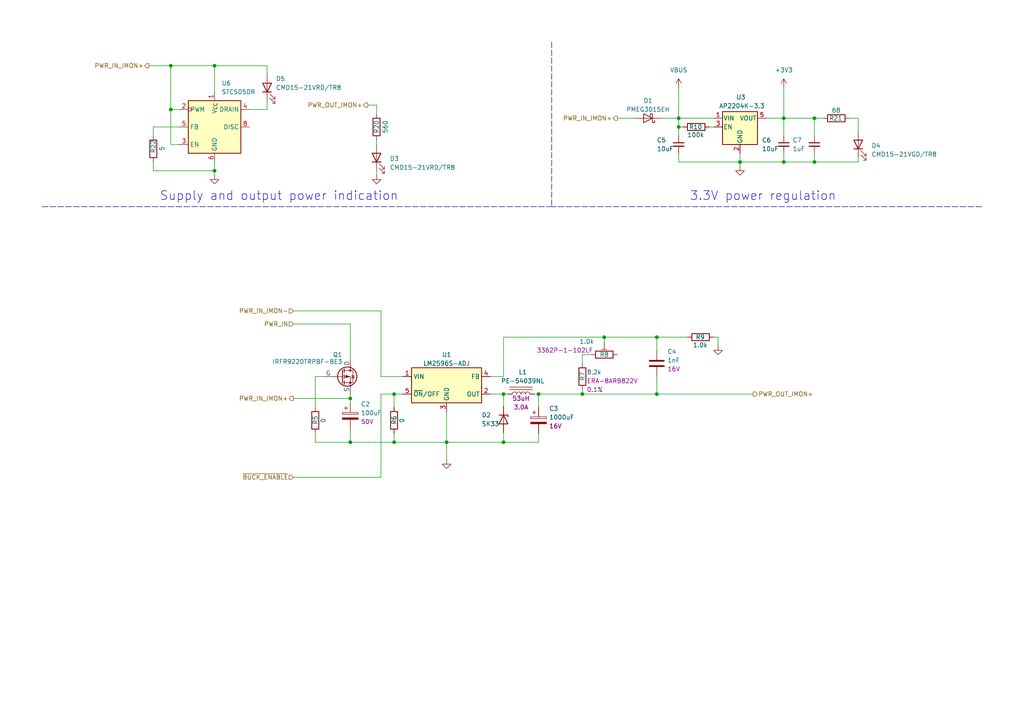
<source format=kicad_sch>
(kicad_sch (version 20230121) (generator eeschema)
  (paper "A4")
  (title_block (title "Smart Buck Converter") (date "2023-02-09") (rev "1.0.0") (company "Fabian Butkovich") (comment 1 "Power Regulation"))
  (lib_symbols
    (symbol "Device:C" (pin_numbers hide) (pin_names (offset 0.254))
      (property "Reference" "C" (at 0.635 2.54 0))
      (property "Value" "C" (at 0.635 -2.54 0))
      (symbol "C_0_1"
        (polyline (pts (xy -2.032 -0.762) (xy 2.032 -0.762)) (stroke (width 0.508)))
        (polyline (pts (xy -2.032 0.762) (xy 2.032 0.762)) (stroke (width 0.508)))
      )
      (symbol "C_1_1"
        (pin passive line (at 0 3.81 270) (length 2.794) (name "~") (number "1"))
        (pin passive line (at 0 -3.81 90) (length 2.794) (name "~") (number "2"))
      )
    )
    (symbol "Device:C_Polarized" (pin_numbers hide) (pin_names (offset 0.254))
      (property "Reference" "C" (at 0.635 2.54 0))
      (property "Value" "C_Polarized" (at 0.635 -2.54 0))
      (symbol "C_Polarized_0_1"
        (rectangle (start -2.286 0.508) (end 2.286 1.016))
        (polyline (pts (xy -1.778 2.286) (xy -0.762 2.286)))
        (polyline (pts (xy -1.27 2.794) (xy -1.27 1.778)))
        (rectangle (start 2.286 -0.508) (end -2.286 -1.016) (fill (type outline)))
      )
      (symbol "C_Polarized_1_1"
        (pin passive line (at 0 3.81 270) (length 2.794) (name "~") (number "1"))
        (pin passive line (at 0 -3.81 90) (length 2.794) (name "~") (number "2"))
      )
    )
    (symbol "Device:C_Small" (pin_numbers hide) (pin_names (offset 0.254) hide)
      (property "Reference" "C" (at 0.254 1.778 0))
      (property "Value" "C_Small" (at 0.254 -2.032 0))
      (symbol "C_Small_0_1"
        (polyline (pts (xy -1.524 -0.508) (xy 1.524 -0.508)) (stroke (width 0.3302)))
        (polyline (pts (xy -1.524 0.508) (xy 1.524 0.508)) (stroke (width 0.3048)))
      )
      (symbol "C_Small_1_1"
        (pin passive line (at 0 2.54 270) (length 2.032) (name "~") (number "1"))
        (pin passive line (at 0 -2.54 90) (length 2.032) (name "~") (number "2"))
      )
    )
    (symbol "Device:LED" (pin_numbers hide) (pin_names (offset 1.016) hide)
      (property "Reference" "D" (at 0 2.54 0))
      (property "Value" "LED" (at 0 -2.54 0))
      (symbol "LED_0_1"
        (polyline (pts (xy -1.27 -1.27) (xy -1.27 1.27)) (stroke (width 0.254)))
        (polyline (pts (xy -1.27 0) (xy 1.27 0)))
        (polyline (pts (xy 1.27 -1.27) (xy 1.27 1.27) (xy -1.27 0) (xy 1.27 -1.27)) (stroke (width 0.254)))
        (polyline (pts (xy -3.048 -0.762) (xy -4.572 -2.286) (xy -3.81 -2.286) (xy -4.572 -2.286) (xy -4.572 -1.524)))
        (polyline (pts (xy -1.778 -0.762) (xy -3.302 -2.286) (xy -2.54 -2.286) (xy -3.302 -2.286) (xy -3.302 -1.524)))
      )
      (symbol "LED_1_1"
        (pin passive line (at -3.81 0 0) (length 2.54) (name "K") (number "1"))
        (pin passive line (at 3.81 0 180) (length 2.54) (name "A") (number "2"))
      )
    )
    (symbol "Device:R" (pin_numbers hide) (pin_names (offset 0))
      (property "Reference" "R" (at 2.032 0 90))
      (property "Value" "R" (at 0 0 90))
      (symbol "R_0_1"
        (rectangle (start -1.016 -2.54) (end 1.016 2.54) (stroke (width 0.254)))
      )
      (symbol "R_1_1"
        (pin passive line (at 0 3.81 270) (length 1.27) (name "~") (number "1"))
        (pin passive line (at 0 -3.81 90) (length 1.27) (name "~") (number "2"))
      )
    )
    (symbol "Device:R_Potentiometer_Trim" (pin_numbers hide) (pin_names (offset 1.016) hide)
      (property "Reference" "RV" (at -4.445 0 90))
      (property "Value" "R_Potentiometer_Trim" (at -2.54 0 90))
      (symbol "R_Potentiometer_Trim_0_1"
        (polyline (pts (xy 1.524 0.762) (xy 1.524 -0.762)))
        (polyline (pts (xy 2.54 0) (xy 1.524 0)))
        (rectangle (start 1.016 2.54) (end -1.016 -2.54) (stroke (width 0.254)))
      )
      (symbol "R_Potentiometer_Trim_1_1"
        (pin passive line (at 0 3.81 270) (length 1.27) (name "1") (number "1"))
        (pin passive line (at 3.81 0 180) (length 1.27) (name "2") (number "2"))
        (pin passive line (at 0 -3.81 90) (length 1.27) (name "3") (number "3"))
      )
    )
    (symbol "Diode:PMEG3015EH" (pin_numbers hide) (pin_names hide)
      (property "Reference" "D" (at 0 2.54 0))
      (property "Value" "PMEG3015EH" (at 0 -2.54 0))
      (symbol "PMEG3015EH_0_1"
        (polyline (pts (xy 1.27 0) (xy -1.27 0)))
        (polyline (pts (xy 1.27 1.27) (xy 1.27 -1.27) (xy -1.27 0) (xy 1.27 1.27)) (stroke (width 0.2032)))
        (polyline (pts (xy -1.905 0.635) (xy -1.905 1.27) (xy -1.27 1.27) (xy -1.27 -1.27) (xy -0.635 -1.27) (xy -0.635 -0.635)) (stroke (width 0.2032)))
      )
      (symbol "PMEG3015EH_1_1"
        (pin passive line (at -3.81 0 0) (length 2.54) (name "K") (number "1"))
        (pin passive line (at 3.81 0 180) (length 2.54) (name "A") (number "2"))
      )
    )
    (symbol "Diode_SMT:SK33" (pin_numbers hide) (pin_names (offset 2) hide)
      (property "Reference" "D" (at 0 2.54 0))
      (property "Value" "SK33" (at 0 -2.794 0))
      (symbol "SK33_0_1"
        (polyline (pts (xy 1.016 0) (xy -1.524 0)))
        (polyline (pts (xy -1.524 -1.27) (xy -1.524 1.27) (xy -1.016 1.27)) (stroke (width 0.254)))
        (polyline (pts (xy 1.016 -1.27) (xy 1.016 1.27) (xy -1.524 0) (xy 1.016 -1.27)) (stroke (width 0.254)))
      )
      (symbol "SK33_1_1"
        (pin passive line (at -4.064 0 0) (length 2.54) (name "K") (number "1"))
        (pin passive line (at 3.556 0 180) (length 2.54) (name "A") (number "2"))
      )
    )
    (symbol "LED_Driver_SMT:STCS05DR"
      (property "Reference" "U" (at -7.62 6.35 0))
      (property "Value" "STCS05DR" (at 1.27 6.35 0))
      (symbol "STCS05DR_0_1"
        (rectangle (start -7.62 5.08) (end 7.62 -10.16) (stroke (width 0.254)) (fill (type background)))
      )
      (symbol "STCS05DR_1_1"
        (pin power_in line (at 0 7.62 270) (length 2.54) (name "V_{CC}") (number "1"))
        (pin input clock (at -10.16 2.54 0) (length 2.54) (name "PWM") (number "2"))
        (pin input line (at -10.16 -7.62 0) (length 2.54) (name "EN") (number "3"))
        (pin output line (at 10.16 2.54 180) (length 2.54) (name "DRAIN") (number "4"))
        (pin input line (at -10.16 -2.54 0) (length 2.54) (name "FB") (number "5"))
        (pin power_in line (at 0 -12.7 90) (length 2.54) (name "GND") (number "6"))
        (pin no_connect line (at 10.16 -7.62 180) (length 2.54) hide (name "NC") (number "7"))
        (pin output line (at 10.16 -2.54 180) (length 2.54) (name "DISC") (number "8"))
      )
    )
    (symbol "MOSFET_SMT:IRFR9220TRPBF-BE3" (pin_numbers hide) (pin_names (offset 0))
      (property "Reference" "Q" (at 3.556 1.524 0))
      (property "Value" "IRFR9220TRPBF-BE3" (at 12.954 -0.762 0))
      (property "Footprint" "Package_TO_SOT_SMD:TO-252-2" (at 0 -12.192 0))
      (symbol "IRFR9220TRPBF-BE3_0_1"
        (circle (center -0.889 0) (radius 2.794) (stroke (width 0.254)))
        (circle (center 0 -1.778) (radius 0.254) (fill (type outline)))
        (polyline (pts (xy -2.286 0) (xy -5.08 0)))
        (polyline (pts (xy -2.286 1.905) (xy -2.286 -1.905)) (stroke (width 0.254)))
        (polyline (pts (xy -1.778 -1.27) (xy -1.778 -2.286)) (stroke (width 0.254)))
        (polyline (pts (xy -1.778 0.508) (xy -1.778 -0.508)) (stroke (width 0.254)))
        (polyline (pts (xy -1.778 2.286) (xy -1.778 1.27)) (stroke (width 0.254)))
        (polyline (pts (xy 0 2.54) (xy 0 1.778)))
        (polyline (pts (xy 0 -2.54) (xy 0 0) (xy -1.778 0)))
        (polyline (pts (xy -1.778 1.778) (xy 0.762 1.778) (xy 0.762 -1.778) (xy -1.778 -1.778)))
        (polyline (pts (xy -0.254 0) (xy -1.27 0.381) (xy -1.27 -0.381) (xy -0.254 0)) (fill (type outline)))
        (polyline (pts (xy 0.254 -0.508) (xy 0.381 -0.381) (xy 1.143 -0.381) (xy 1.27 -0.254)))
        (polyline (pts (xy 0.762 -0.381) (xy 0.381 0.254) (xy 1.143 0.254) (xy 0.762 -0.381)))
        (circle (center 0 1.778) (radius 0.254) (fill (type outline)))
      )
      (symbol "IRFR9220TRPBF-BE3_1_1"
        (pin input line (at -7.62 0 0) (length 2.54) (name "G") (number "1"))
        (pin passive line (at 0 5.08 270) (length 2.54) (name "D") (number "2"))
        (pin passive line (at 0 -5.08 90) (length 2.54) (name "S") (number "3"))
      )
    )
    (symbol "Passive:PE-54039NL" (pin_numbers hide) (pin_names (offset 2))
      (property "Reference" "L" (at -6.35 0 0))
      (property "Value" "PE-54039NL" (at 0 8.89 0))
      (symbol "PE-54039NL_0_1"
        (arc (start 0 -2.54) (mid 0.6323 -1.905) (end 0 -1.27))
        (arc (start 0 -1.27) (mid 0.6323 -0.635) (end 0 0))
        (polyline (pts (xy 1.27 3.302) (xy 1.27 -3.302)))
        (polyline (pts (xy 2.032 3.302) (xy 2.032 -3.302)))
        (arc (start 0 0) (mid 0.6323 0.635) (end 0 1.27))
        (arc (start 0 1.27) (mid 0.6323 1.905) (end 0 2.54))
      )
      (symbol "PE-54039NL_1_1"
        (pin passive line (at 0 3.81 270) (length 1.27) (name "") (number "1"))
        (pin passive line (at 0 -3.81 90) (length 1.27) (name "") (number "2"))
      )
    )
    (symbol "Regulator_Linear:AP2204K-3.3" (pin_names (offset 0.254))
      (property "Reference" "U" (at -5.08 5.715 0))
      (property "Value" "AP2204K-3.3" (at 0 5.715 0))
      (symbol "AP2204K-3.3_0_1"
        (rectangle (start -5.08 4.445) (end 5.08 -5.08) (stroke (width 0.254)) (fill (type background)))
      )
      (symbol "AP2204K-3.3_1_1"
        (pin power_in line (at -7.62 2.54 0) (length 2.54) (name "VIN") (number "1"))
        (pin power_in line (at 0 -7.62 90) (length 2.54) (name "GND") (number "2"))
        (pin input line (at -7.62 0 0) (length 2.54) (name "EN") (number "3"))
        (pin no_connect line (at 5.08 0 180) (length 2.54) hide (name "NC") (number "4"))
        (pin power_out line (at 7.62 2.54 180) (length 2.54) (name "VOUT") (number "5"))
      )
    )
    (symbol "Regulator_Switching:LM2596S-ADJ"
      (property "Reference" "U" (at -10.16 6.35 0))
      (property "Value" "LM2596S-ADJ" (at 0 6.35 0))
      (symbol "LM2596S-ADJ_0_1"
        (rectangle (start -10.16 5.08) (end 10.16 -5.08) (stroke (width 0.254)) (fill (type background)))
      )
      (symbol "LM2596S-ADJ_1_1"
        (pin power_in line (at -12.7 2.54 0) (length 2.54) (name "VIN") (number "1"))
        (pin output line (at 12.7 -2.54 180) (length 2.54) (name "OUT") (number "2"))
        (pin power_in line (at 0 -7.62 90) (length 2.54) (name "GND") (number "3"))
        (pin input line (at 12.7 2.54 180) (length 2.54) (name "FB") (number "4"))
        (pin input line (at -12.7 -2.54 0) (length 2.54) (name "~{ON}/OFF") (number "5"))
      )
    )
    (symbol "power:+3.3V" (power) (pin_names (offset 0))
      (property "Value" "+3.3V" (at 0 3.556 0))
      (symbol "+3.3V_0_1"
        (polyline (pts (xy -0.762 1.27) (xy 0 2.54)))
        (polyline (pts (xy 0 0) (xy 0 2.54)))
        (polyline (pts (xy 0 2.54) (xy 0.762 1.27)))
      )
      (symbol "+3.3V_1_1"
        (pin power_in line (at 0 0 90) (length 0) hide (name "+3V3") (number "1"))
      )
    )
    (symbol "power:GND" (power) (pin_names (offset 0))
      (property "Value" "GND" (at 0 -3.81 0))
      (symbol "GND_0_1"
        (polyline (pts (xy 0 0) (xy 0 -1.27) (xy 1.27 -1.27) (xy 0 -2.54) (xy -1.27 -1.27) (xy 0 -1.27)))
      )
      (symbol "GND_1_1"
        (pin power_in line (at 0 0 270) (length 0) hide (name "GND") (number "1"))
      )
    )
    (symbol "power:VBUS" (power) (pin_names (offset 0))
      (property "Value" "VBUS" (at 0 3.81 0))
      (symbol "VBUS_0_1"
        (polyline (pts (xy -0.762 1.27) (xy 0 2.54)))
        (polyline (pts (xy 0 0) (xy 0 2.54)))
        (polyline (pts (xy 0 2.54) (xy 0.762 1.27)))
      )
      (symbol "VBUS_1_1"
        (pin power_in line (at 0 0 90) (length 0) hide (name "VBUS") (number "1"))
      )
    )
  )
  (junction (at 190.5 114.3))
  (junction (at 49.53 31.75))
  (junction (at 62.23 19.05))
  (junction (at 227.33 46.99))
  (junction (at 114.3 128.27))
  (junction (at 196.85 36.83))
  (junction (at 101.6 115.57))
  (junction (at 227.33 34.29))
  (junction (at 101.6 128.27))
  (junction (at 196.85 34.29))
  (junction (at 49.53 19.05))
  (junction (at 114.3 114.3))
  (junction (at 190.5 97.79))
  (junction (at 62.23 49.53))
  (junction (at 146.05 128.27))
  (junction (at 156.21 114.3))
  (junction (at 236.22 46.99))
  (junction (at 129.54 128.27))
  (junction (at 236.22 34.29))
  (junction (at 146.05 114.3))
  (junction (at 168.91 114.3))
  (junction (at 214.63 46.99))
  (junction (at 175.26 97.79))
  (wire (pts (xy 196.85 25.4) (xy 196.85 34.29)))
  (wire (pts (xy 114.3 125.73) (xy 114.3 128.27)))
  (wire (pts (xy 44.45 39.37) (xy 44.45 36.83)))
  (wire (pts (xy 227.33 44.45) (xy 227.33 46.99)))
  (wire (pts (xy 109.22 30.48) (xy 109.22 33.02)))
  (wire (pts (xy 156.21 114.3) (xy 156.21 118.11)))
  (wire (pts (xy 146.05 128.27) (xy 129.54 128.27)))
  (wire (pts (xy 146.05 97.79) (xy 175.26 97.79)))
  (wire (pts (xy 62.23 19.05) (xy 49.53 19.05)))
  (wire (pts (xy 85.09 90.17) (xy 110.49 90.17)))
  (wire (pts (xy 62.23 49.53) (xy 62.23 50.8)))
  (wire (pts (xy 129.54 128.27) (xy 129.54 133.35)))
  (wire (pts (xy 227.33 25.4) (xy 227.33 34.29)))
  (wire (pts (xy 208.28 100.33) (xy 208.28 97.79)))
  (polyline (pts (xy 160.02 12.192) (xy 160.02 59.944)) (stroke (width 0) (type dash) (color 0 0 132 1)))
  (polyline (pts (xy 12.192 59.944) (xy 160.02 59.944)) (stroke (width 0) (type dash) (color 0 0 132 1)))
  (wire (pts (xy 154.94 114.3) (xy 156.21 114.3)))
  (wire (pts (xy 190.5 109.22) (xy 190.5 114.3)))
  (wire (pts (xy 101.6 115.57) (xy 101.6 116.84)))
  (wire (pts (xy 44.45 36.83) (xy 52.07 36.83)))
  (wire (pts (xy 196.85 46.99) (xy 214.63 46.99)))
  (wire (pts (xy 101.6 124.46) (xy 101.6 128.27)))
  (wire (pts (xy 49.53 19.05) (xy 49.53 31.75)))
  (wire (pts (xy 168.91 113.03) (xy 168.91 114.3)))
  (wire (pts (xy 196.85 36.83) (xy 196.85 34.29)))
  (wire (pts (xy 146.05 114.3) (xy 146.05 117.856)))
  (wire (pts (xy 236.22 39.37) (xy 236.22 34.29)))
  (wire (pts (xy 142.24 114.3) (xy 146.05 114.3)))
  (wire (pts (xy 168.91 102.87) (xy 171.45 102.87)))
  (wire (pts (xy 248.92 46.99) (xy 236.22 46.99)))
  (wire (pts (xy 49.53 31.75) (xy 49.53 41.91)))
  (wire (pts (xy 77.47 19.05) (xy 62.23 19.05)))
  (wire (pts (xy 146.05 114.3) (xy 147.32 114.3)))
  (wire (pts (xy 236.22 46.99) (xy 227.33 46.99)))
  (wire (pts (xy 91.44 128.27) (xy 101.6 128.27)))
  (wire (pts (xy 236.22 34.29) (xy 238.76 34.29)))
  (wire (pts (xy 146.05 125.476) (xy 146.05 128.27)))
  (wire (pts (xy 85.09 93.98) (xy 101.6 93.98)))
  (wire (pts (xy 156.21 128.27) (xy 146.05 128.27)))
  (wire (pts (xy 156.21 125.73) (xy 156.21 128.27)))
  (wire (pts (xy 109.22 40.64) (xy 109.22 41.91)))
  (wire (pts (xy 49.53 19.05) (xy 43.18 19.05)))
  (wire (pts (xy 114.3 128.27) (xy 129.54 128.27)))
  (wire (pts (xy 91.44 125.73) (xy 91.44 128.27)))
  (wire (pts (xy 106.68 30.48) (xy 109.22 30.48)))
  (wire (pts (xy 214.63 44.45) (xy 214.63 46.99)))
  (wire (pts (xy 62.23 46.99) (xy 62.23 49.53)))
  (wire (pts (xy 175.26 97.79) (xy 175.26 99.06)))
  (wire (pts (xy 77.47 29.21) (xy 77.47 31.75)))
  (wire (pts (xy 168.91 114.3) (xy 190.5 114.3)))
  (wire (pts (xy 196.85 36.83) (xy 198.12 36.83)))
  (wire (pts (xy 196.85 44.45) (xy 196.85 46.99)))
  (wire (pts (xy 77.47 21.59) (xy 77.47 19.05)))
  (wire (pts (xy 227.33 39.37) (xy 227.33 34.29)))
  (wire (pts (xy 85.09 138.43) (xy 110.49 138.43)))
  (wire (pts (xy 109.22 49.53) (xy 109.22 50.8)))
  (wire (pts (xy 44.45 46.99) (xy 44.45 49.53)))
  (wire (pts (xy 156.21 114.3) (xy 168.91 114.3)))
  (wire (pts (xy 196.85 39.37) (xy 196.85 36.83)))
  (wire (pts (xy 205.74 36.83) (xy 207.01 36.83)))
  (wire (pts (xy 248.92 34.29) (xy 248.92 38.1)))
  (wire (pts (xy 196.85 34.29) (xy 207.01 34.29)))
  (wire (pts (xy 110.49 90.17) (xy 110.49 109.22)))
  (wire (pts (xy 52.07 41.91) (xy 49.53 41.91)))
  (wire (pts (xy 227.33 34.29) (xy 222.25 34.29)))
  (wire (pts (xy 175.26 97.79) (xy 190.5 97.79)))
  (wire (pts (xy 190.5 97.79) (xy 199.39 97.79)))
  (polyline (pts (xy 284.734 59.944) (xy 160.02 59.944)) (stroke (width 0) (type dash) (color 0 0 132 1)))
  (wire (pts (xy 227.33 46.99) (xy 214.63 46.99)))
  (wire (pts (xy 236.22 44.45) (xy 236.22 46.99)))
  (wire (pts (xy 101.6 114.3) (xy 101.6 115.57)))
  (wire (pts (xy 101.6 128.27) (xy 114.3 128.27)))
  (wire (pts (xy 110.49 138.43) (xy 110.49 114.3)))
  (wire (pts (xy 191.77 34.29) (xy 196.85 34.29)))
  (wire (pts (xy 146.05 109.22) (xy 146.05 97.79)))
  (wire (pts (xy 190.5 114.3) (xy 218.44 114.3)))
  (wire (pts (xy 248.92 45.72) (xy 248.92 46.99)))
  (wire (pts (xy 110.49 114.3) (xy 114.3 114.3)))
  (wire (pts (xy 85.09 115.57) (xy 101.6 115.57)))
  (wire (pts (xy 91.44 109.22) (xy 93.98 109.22)))
  (wire (pts (xy 236.22 34.29) (xy 227.33 34.29)))
  (wire (pts (xy 114.3 118.11) (xy 114.3 114.3)))
  (wire (pts (xy 91.44 118.11) (xy 91.44 109.22)))
  (wire (pts (xy 44.45 49.53) (xy 62.23 49.53)))
  (wire (pts (xy 49.53 31.75) (xy 52.07 31.75)))
  (wire (pts (xy 208.28 97.79) (xy 207.01 97.79)))
  (wire (pts (xy 190.5 97.79) (xy 190.5 101.6)))
  (wire (pts (xy 62.23 19.05) (xy 62.23 26.67)))
  (wire (pts (xy 101.6 93.98) (xy 101.6 104.14)))
  (wire (pts (xy 142.24 109.22) (xy 146.05 109.22)))
  (wire (pts (xy 114.3 114.3) (xy 116.84 114.3)))
  (wire (pts (xy 110.49 109.22) (xy 116.84 109.22)))
  (wire (pts (xy 179.07 34.29) (xy 184.15 34.29)))
  (wire (pts (xy 168.91 105.41) (xy 168.91 102.87)))
  (wire (pts (xy 214.63 46.99) (xy 214.63 48.26)))
  (wire (pts (xy 246.38 34.29) (xy 248.92 34.29)))
  (wire (pts (xy 129.54 119.38) (xy 129.54 128.27)))
  (wire (pts (xy 77.47 31.75) (xy 72.39 31.75)))
  (text "Supply and output power indication" (at 115.57 58.42 0) (effects (font (size 2.54 2.54)) (justify right bottom)))
  (text "3.3V power regulation" (at 242.57 58.42 0) (effects (font (size 2.54 2.54)) (justify right bottom)))
  (hierarchical_label "PWR_OUT_IMON+" (shape output) (at 218.44 114.3 0))
  (hierarchical_label "PWR_OUT_IMON+" (shape output) (at 106.68 30.48 180))
  (hierarchical_label "PWR_IN_IMON+" (shape output) (at 85.09 115.57 180))
  (hierarchical_label "~{BUCK_ENABLE}" (shape input) (at 85.09 138.43 180))
  (hierarchical_label "PWR_IN" (shape input) (at 85.09 93.98 180))
  (hierarchical_label "PWR_IN_IMON-" (shape input) (at 85.09 90.17 180))
  (hierarchical_label "PWR_IN_IMON+" (shape output) (at 43.18 19.05 180))
  (hierarchical_label "PWR_IN_IMON+" (shape output) (at 179.07 34.29 180))
  (symbol (lib_id "Device:C_Polarized") (at 101.6 120.65 0) (unit 1)
    (property "Reference" "C2" (at 104.648 117.2209 0) (effects (justify left)))
    (property "Value" "100uF" (at 104.648 119.7609 0) (effects (justify left)))
    (property "Footprint" "Capacitor_SMD:CP_Elec_10x10.5" (effects hide))
    (property "Voltage" "50V" (at 104.648 122.3009 0) (effects (justify left)))
  )
  (symbol (lib_id "Device:R") (at 44.45 43.18 0) (unit 1)
    (property "Reference" "R22" (at 44.45 44.45 90) (effects (justify left)))
    (property "Value" "5" (at 46.99 43.815 90) (effects (justify left)))
    (property "Footprint" "Resistor_SMD:R_1206_3216Metric" (effects hide))
  )
  (symbol (lib_id "Device:R") (at 168.91 109.22 0) (unit 1)
    (property "Reference" "R7" (at 168.91 110.49 90) (effects (justify left)))
    (property "Value" "8.2k" (at 170.18 107.95 0) (effects (justify left)))
    (property "Footprint" "Resistor_SMD:R_1206_3216Metric" (effects hide))
    (property "Part Number" "ERA-8ARB822V" (at 170.18 110.49 0) (effects (justify left)))
    (property "Tolerance" "0.1%" (at 170.18 113.03 0) (effects (justify left)))
  )
  (symbol (lib_id "Diode_SMT:SK33") (at 146.05 121.92 270) (unit 1)
    (property "Reference" "D2" (at 139.7 120.396 90) (effects (justify left)))
    (property "Value" "SK33" (at 139.7 122.936 90) (effects (justify left)))
    (property "Footprint" "Diode_SMD:D_SMC" (effects hide))
    (property "Datasheet" "https://octopart.com/datasheet/sk33-tp-mcc-731620" (effects hide))
    (property "Reverse Voltage" "30V" (effects hide))
    (property "Forward Current" "3.0A" (effects hide))
  )
  (symbol (lib_id "LED_Driver_SMT:STCS05DR") (at 62.23 34.29 0) (unit 1)
    (property "Reference" "U6" (at 64.2494 24.13 0) (effects (justify left)))
    (property "Value" "STCS05DR" (at 64.2494 26.67 0) (effects (justify left)))
    (property "Footprint" "Package_SO:SOIC-8_3.9x4.9mm_P1.27mm" (effects hide))
    (property "Datasheet" "https://octopart.com/datasheet/stcs05dr-stmicroelectronics-7868604" (effects hide))
  )
  (symbol (lib_id "power:GND") (at 208.28 100.33 0) (unit 1)
    (property "Reference" "#PWR013" (effects hide))
    (property "Value" "GND" (effects hide))
  )
  (symbol (lib_id "power:GND") (at 109.22 50.8 0) (unit 1)
    (property "Reference" "#PWR0101" (effects hide))
    (property "Value" "GND" (effects hide))
  )
  (symbol (lib_id "power:+3.3V") (at 227.33 25.4 0) (unit 1)
    (property "Reference" "#PWR016" (effects hide))
    (property "Value" "+3.3V" (at 227.33 20.32 0))
  )
  (symbol (lib_id "MOSFET_SMT:IRFR9220TRPBF-BE3") (at 101.6 109.22 0) (unit 1)
    (property "Reference" "Q1" (at 96.52 102.87 0) (effects (justify left)))
    (property "Value" "IRFR9220TRPBF-BE3" (at 89.154 104.902 0))
    (property "Footprint" "Package_TO_SOT_SMD:TO-252-2" (effects hide))
    (property "Datasheet" "https://www.mouser.com/datasheet/2/427/sihfr922-1768891.pdf" (effects hide))
  )
  (symbol (lib_id "Device:LED") (at 248.92 41.91 90) (unit 1)
    (property "Reference" "D4" (at 252.73 42.2274 90) (effects (justify right)))
    (property "Value" "CMD15-21VGD/TR8" (at 252.73 44.7674 90) (effects (justify right)))
    (property "Footprint" "LED_SMD:LED_1206_3216Metric" (effects hide))
  )
  (symbol (lib_id "Device:C_Small") (at 236.22 41.91 0) (unit 1)
    (property "Reference" "C7" (at 229.87 40.64 0) (effects (justify left)))
    (property "Value" "1uF" (at 229.87 43.18 0) (effects (justify left)))
    (property "Footprint" "Capacitor_SMD:C_0805_2012Metric" (effects hide))
  )
  (symbol (lib_id "Device:C_Small") (at 227.33 41.91 0) (unit 1)
    (property "Reference" "C6" (at 220.98 40.64 0) (effects (justify left)))
    (property "Value" "10uF" (at 220.98 43.18 0) (effects (justify left)))
    (property "Footprint" "Capacitor_SMD:C_0805_2012Metric" (effects hide))
  )
  (symbol (lib_id "Device:C_Polarized") (at 156.21 121.92 0) (unit 1)
    (property "Reference" "C3" (at 159.258 118.4909 0) (effects (justify left)))
    (property "Value" "1000uF" (at 159.258 121.0309 0) (effects (justify left)))
    (property "Footprint" "Capacitor_THT:CP_Radial_D10.0mm_P5.00mm" (effects hide))
    (property "Voltage" "16V" (at 159.258 123.5709 0) (effects (justify left)))
  )
  (symbol (lib_id "Device:R") (at 203.2 97.79 90) (unit 1)
    (property "Reference" "R9" (at 204.47 97.79 90) (effects (justify left)))
    (property "Value" "1.0k" (at 205.232 100.076 90) (effects (justify left)))
    (property "Footprint" "Resistor_SMD:R_1206_3216Metric" (effects hide))
  )
  (symbol (lib_id "Device:LED") (at 77.47 25.4 90) (unit 1)
    (property "Reference" "D5" (at 80.01 22.86 90) (effects (justify right)))
    (property "Value" "CMD15-21VRD/TR8" (at 80.01 25.4 90) (effects (justify right)))
    (property "Footprint" "LED_SMD:LED_1206_3216Metric" (effects hide))
  )
  (symbol (lib_id "Passive:PE-54039NL") (at 151.13 114.3 90) (unit 1)
    (property "Reference" "L1" (at 151.638 107.95 90))
    (property "Value" "PE-54039NL" (at 151.638 110.49 90))
    (property "Footprint" "User Components:PE-54039NL" (effects hide))
    (property "Datasheet" "https://octopart.com/datasheet/pe-54039nl-pulse-10528387" (effects hide))
    (property "Inductance" "53uH" (at 151.13 115.57 90))
    (property "Current" "3.0A" (at 151.13 118.11 90))
  )
  (symbol (lib_id "Device:R_Potentiometer_Trim") (at 175.26 102.87 270) (mirror x) (unit 1)
    (property "Reference" "R8" (at 175.26 102.87 90))
    (property "Value" "1.0k" (at 170.18 99.06 90))
    (property "Footprint" "User Components:TRIM_3362P-1-103" (effects hide))
    (property "Part Number" "3362P-1-102LF" (at 163.83 101.6 90))
  )
  (symbol (lib_id "Regulator_Linear:AP2204K-3.3") (at 214.63 36.83 0) (unit 1)
    (property "Reference" "U3" (at 214.884 28.194 0))
    (property "Value" "AP2204K-3.3" (at 208.534 30.734 0) (effects (justify left)))
    (property "Footprint" "Package_TO_SOT_SMD:SOT-23-5" (effects hide))
    (property "Datasheet" "https://www.diodes.com/assets/Datasheets/AP2204.pdf" (effects hide))
  )
  (symbol (lib_id "Diode:PMEG3015EH") (at 187.96 34.29 180) (unit 1)
    (property "Reference" "D1" (at 187.96 29.21 0))
    (property "Value" "PMEG3015EH" (at 187.96 31.75 0))
    (property "Footprint" "Diode_SMD:D_SOD-123F" (effects hide))
    (property "Datasheet" "https://assets.nexperia.com/documents/data-sheet/PMEG3015EH_EJ.pdf" (effects hide))
    (instances (project "Smart Buck Converter" (path "" (reference "D1") (unit 1)) (path "" (reference "D6") (unit 1))))
  )
  (symbol (lib_id "power:GND") (at 214.63 48.26 0) (unit 1)
    (property "Reference" "#PWR015" (effects hide))
    (property "Value" "GND" (effects hide))
  )
  (symbol (lib_id "Device:C_Small") (at 196.85 41.91 0) (unit 1)
    (property "Reference" "C5" (at 190.5 40.64 0) (effects (justify left)))
    (property "Value" "10uF" (at 190.5 43.18 0) (effects (justify left)))
    (property "Footprint" "Capacitor_SMD:C_0805_2012Metric" (effects hide))
  )
  (symbol (lib_id "Device:R") (at 114.3 121.92 0) (unit 1)
    (property "Reference" "R6" (at 114.3 123.19 90) (effects (justify left)))
    (property "Value" "0" (at 116.586 122.682 90) (effects (justify left)))
    (property "Footprint" "Resistor_SMD:R_1206_3216Metric" (effects hide))
  )
  (symbol (lib_id "Device:R") (at 201.93 36.83 90) (unit 1)
    (property "Reference" "R10" (at 203.708 36.83 90) (effects (justify left)))
    (property "Value" "100k" (at 204.216 39.116 90) (effects (justify left)))
    (property "Footprint" "Resistor_SMD:R_0805_2012Metric" (effects hide))
  )
  (symbol (lib_id "power:GND") (at 62.23 50.8 0) (unit 1)
    (property "Reference" "#PWR01" (effects hide))
    (property "Value" "GND" (effects hide))
  )
  (symbol (lib_id "Device:C") (at 190.5 105.41 0) (unit 1)
    (property "Reference" "C4" (at 193.548 101.9809 0) (effects (justify left)))
    (property "Value" "1nF" (at 193.548 104.5209 0) (effects (justify left)))
    (property "Footprint" "Capacitor_SMD:C_1206_3216Metric" (effects hide))
    (property "Voltage" "16V" (at 193.548 107.0609 0) (effects (justify left)))
  )
  (symbol (lib_id "Device:R") (at 109.22 36.83 0) (unit 1)
    (property "Reference" "R20" (at 109.22 38.735 90) (effects (justify left)))
    (property "Value" "560" (at 111.76 38.735 90) (effects (justify left)))
    (property "Footprint" "Resistor_SMD:R_1206_3216Metric" (effects hide))
  )
  (symbol (lib_id "Regulator_Switching:LM2596S-ADJ") (at 129.54 111.76 0) (unit 1)
    (property "Reference" "U1" (at 129.54 102.87 0))
    (property "Value" "LM2596S-ADJ" (at 129.54 105.41 0))
    (property "Footprint" "Package_TO_SOT_SMD:TO-263-5_TabPin3" (effects hide))
    (property "Datasheet" "http://www.ti.com/lit/ds/symlink/lm2596.pdf" (effects hide))
  )
  (symbol (lib_id "power:VBUS") (at 196.85 25.4 0) (unit 1)
    (property "Reference" "#PWR014" (effects hide))
    (property "Value" "VBUS" (at 196.85 20.32 0))
  )
  (symbol (lib_id "Device:R") (at 91.44 121.92 0) (unit 1)
    (property "Reference" "R5" (at 91.44 123.19 90) (effects (justify left)))
    (property "Value" "0" (at 93.726 122.682 90) (effects (justify left)))
    (property "Footprint" "Resistor_SMD:R_1206_3216Metric" (effects hide))
  )
  (symbol (lib_id "Device:R") (at 242.57 34.29 90) (unit 1)
    (property "Reference" "R21" (at 244.348 34.29 90) (effects (justify left)))
    (property "Value" "68" (at 243.84 32.004 90) (effects (justify left)))
    (property "Footprint" "Resistor_SMD:R_1206_3216Metric" (effects hide))
  )
  (symbol (lib_id "Device:LED") (at 109.22 45.72 90) (unit 1)
    (property "Reference" "D3" (at 113.03 46.0374 90) (effects (justify right)))
    (property "Value" "CMD15-21VRD/TR8" (at 113.03 48.5774 90) (effects (justify right)))
    (property "Footprint" "LED_SMD:LED_1206_3216Metric" (effects hide))
  )
  (symbol (lib_id "power:GND") (at 129.54 133.35 0) (unit 1)
    (property "Reference" "#PWR012" (effects hide))
    (property "Value" "GND" (effects hide))
  )
)
</source>
